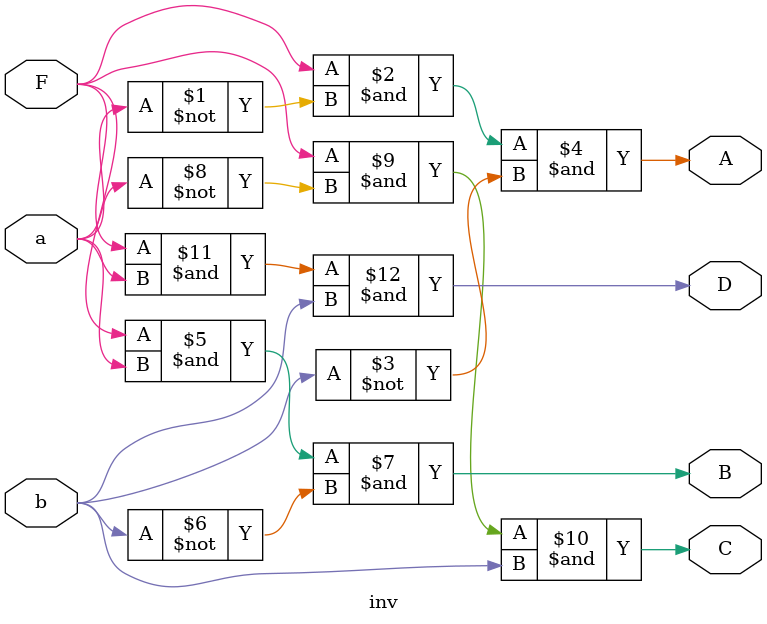
<source format=v>
`timescale 1ns / 1ps


module inv(
    input a, b, F,
    output A, B, C, D
    );
    assign A = F&(~a)&(~b);
    assign B = F&a&(~b);
    assign C = F&(~a)&b;
    assign D = F&a&b;
    
endmodule

</source>
